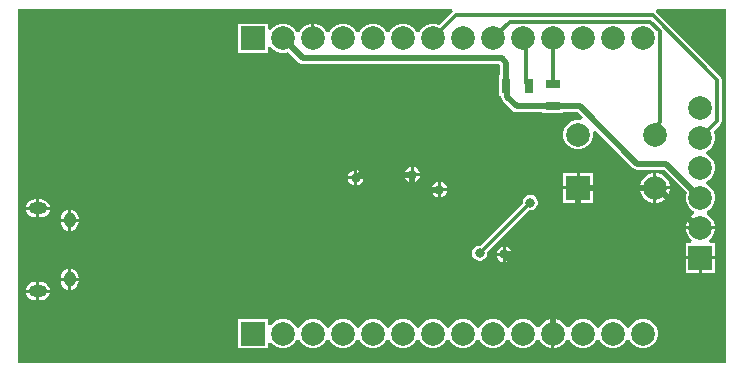
<source format=gbl>
G04*
G04 #@! TF.GenerationSoftware,Altium Limited,Altium Designer,24.5.2 (23)*
G04*
G04 Layer_Physical_Order=2*
G04 Layer_Color=16711680*
%FSLAX44Y44*%
%MOMM*%
G71*
G04*
G04 #@! TF.SameCoordinates,52CA54B2-E9F7-45E4-B012-8A7E883E60BD*
G04*
G04*
G04 #@! TF.FilePolarity,Positive*
G04*
G01*
G75*
%ADD19R,0.7000X1.3000*%
%ADD25R,1.3000X0.7000*%
%ADD46C,0.5000*%
%ADD47C,0.3000*%
%ADD48R,2.0000X2.0000*%
%ADD49C,2.0000*%
%ADD50O,1.5500X1.0000*%
%ADD51O,1.0000X1.3000*%
%ADD52R,2.0000X2.0000*%
%ADD53C,0.8000*%
G36*
X600000Y0D02*
X0D01*
Y300000D01*
X367632D01*
X368390Y297500D01*
X368216Y297384D01*
X368216Y297384D01*
X357094Y286262D01*
X356425Y286648D01*
X353246Y287500D01*
X349954D01*
X346775Y286648D01*
X343925Y285002D01*
X341598Y282675D01*
X340283Y280398D01*
X339202Y280144D01*
X338598D01*
X337517Y280398D01*
X336203Y282675D01*
X333875Y285002D01*
X331025Y286648D01*
X327846Y287500D01*
X324554D01*
X321375Y286648D01*
X318525Y285002D01*
X316197Y282675D01*
X314883Y280398D01*
X313802Y280144D01*
X313198D01*
X312117Y280398D01*
X310802Y282675D01*
X308475Y285002D01*
X305625Y286648D01*
X302446Y287500D01*
X299154D01*
X295975Y286648D01*
X293125Y285002D01*
X290798Y282675D01*
X289483Y280398D01*
X288402Y280144D01*
X287798D01*
X286717Y280398D01*
X285403Y282675D01*
X283075Y285002D01*
X280225Y286648D01*
X277046Y287500D01*
X273754D01*
X270575Y286648D01*
X267725Y285002D01*
X265397Y282675D01*
X264111Y280447D01*
X263132Y280202D01*
X262285Y280205D01*
X261332Y280453D01*
X260035Y282700D01*
X257700Y285035D01*
X254840Y286685D01*
X251651Y287540D01*
X251270D01*
Y275000D01*
X248730D01*
Y287540D01*
X248349D01*
X245160Y286685D01*
X242300Y285035D01*
X239965Y282700D01*
X238668Y280453D01*
X237715Y280205D01*
X236868Y280202D01*
X235889Y280447D01*
X234603Y282675D01*
X232275Y285002D01*
X229425Y286648D01*
X226246Y287500D01*
X222954D01*
X219775Y286648D01*
X216925Y285002D01*
X214597Y282675D01*
X214200Y281987D01*
X211700Y282657D01*
Y287500D01*
X186700D01*
Y262500D01*
X211700D01*
Y267343D01*
X214200Y268013D01*
X214597Y267325D01*
X216925Y264998D01*
X219775Y263352D01*
X222954Y262500D01*
X226246D01*
X229120Y263270D01*
X237995Y254395D01*
X239649Y253290D01*
X241600Y252902D01*
X407888D01*
X408402Y252388D01*
Y244000D01*
X407500D01*
Y226000D01*
X409402D01*
Y225500D01*
X409790Y223549D01*
X410895Y221895D01*
X418895Y213895D01*
X420549Y212790D01*
X422500Y212402D01*
X444000D01*
Y211500D01*
X462000D01*
Y212402D01*
X473838D01*
X478204Y208037D01*
X476909Y205795D01*
X476146Y206000D01*
X472854D01*
X469675Y205148D01*
X466825Y203503D01*
X464497Y201175D01*
X462852Y198325D01*
X462000Y195146D01*
Y191854D01*
X462852Y188675D01*
X464497Y185825D01*
X466825Y183498D01*
X469675Y181852D01*
X472854Y181000D01*
X476146D01*
X479325Y181852D01*
X482175Y183498D01*
X484502Y185825D01*
X486148Y188675D01*
X487000Y191854D01*
Y195146D01*
X486795Y195909D01*
X489037Y197204D01*
X520845Y165395D01*
X522499Y164290D01*
X524450Y163902D01*
X546888D01*
X566270Y144520D01*
X565500Y141646D01*
Y138354D01*
X566352Y135175D01*
X567998Y132325D01*
X570325Y129998D01*
X572553Y128711D01*
X572798Y127732D01*
X572795Y126885D01*
X572547Y125932D01*
X570300Y124635D01*
X567966Y122300D01*
X566315Y119440D01*
X565460Y116251D01*
Y115870D01*
X578000D01*
X590540D01*
Y116251D01*
X589685Y119440D01*
X588035Y122300D01*
X585700Y124635D01*
X583453Y125932D01*
X583205Y126885D01*
X583202Y127732D01*
X583447Y128711D01*
X585675Y129998D01*
X588003Y132325D01*
X589648Y135175D01*
X590500Y138354D01*
Y141646D01*
X589648Y144825D01*
X588003Y147675D01*
X585675Y150002D01*
X583398Y151317D01*
X583144Y152398D01*
Y153002D01*
X583398Y154083D01*
X585675Y155398D01*
X588003Y157725D01*
X589648Y160575D01*
X590500Y163754D01*
Y167046D01*
X589648Y170225D01*
X588003Y173075D01*
X585675Y175403D01*
X583398Y176717D01*
X583144Y177798D01*
Y178402D01*
X583398Y179483D01*
X585675Y180798D01*
X588003Y183125D01*
X589648Y185975D01*
X590500Y189154D01*
Y192446D01*
X589648Y195625D01*
X589262Y196294D01*
X594884Y201916D01*
X594884Y201916D01*
X595768Y203239D01*
X596078Y204800D01*
X596078Y204800D01*
Y239977D01*
X595768Y241538D01*
X594884Y242861D01*
X594884Y242861D01*
X540361Y297384D01*
X540187Y297500D01*
X540945Y300000D01*
X600000D01*
Y0D01*
D02*
G37*
%LPC*%
G36*
X335356Y166102D02*
Y160942D01*
X340516D01*
X340180Y162196D01*
X339319Y163687D01*
X338101Y164905D01*
X336610Y165766D01*
X335356Y166102D01*
D02*
G37*
G36*
X332816D02*
X331561Y165766D01*
X330070Y164905D01*
X328853Y163687D01*
X327991Y162196D01*
X327655Y160942D01*
X332816D01*
Y166102D01*
D02*
G37*
G36*
X287270Y163430D02*
Y158270D01*
X292430D01*
X292094Y159524D01*
X291233Y161016D01*
X290016Y162233D01*
X288524Y163094D01*
X287270Y163430D01*
D02*
G37*
G36*
X284730D02*
X283476Y163094D01*
X281984Y162233D01*
X280767Y161016D01*
X279906Y159524D01*
X279570Y158270D01*
X284730D01*
Y163430D01*
D02*
G37*
G36*
X340516Y158402D02*
X335356D01*
Y153241D01*
X336610Y153577D01*
X338101Y154438D01*
X339319Y155656D01*
X340180Y157147D01*
X340516Y158402D01*
D02*
G37*
G36*
X332816D02*
X327655D01*
X327991Y157147D01*
X328853Y155656D01*
X330070Y154438D01*
X331561Y153577D01*
X332816Y153241D01*
Y158402D01*
D02*
G37*
G36*
X292430Y155730D02*
X287270D01*
Y150570D01*
X288524Y150906D01*
X290016Y151767D01*
X291233Y152984D01*
X292094Y154476D01*
X292430Y155730D01*
D02*
G37*
G36*
X284730D02*
X279570D01*
X279906Y154476D01*
X280767Y152984D01*
X281984Y151767D01*
X283476Y150906D01*
X284730Y150570D01*
Y155730D01*
D02*
G37*
G36*
X487040Y161040D02*
X475770D01*
Y149770D01*
X487040D01*
Y161040D01*
D02*
G37*
G36*
X473230D02*
X461960D01*
Y149770D01*
X473230D01*
Y161040D01*
D02*
G37*
G36*
X541151D02*
X540770D01*
Y149770D01*
X552040D01*
Y150151D01*
X551185Y153340D01*
X549534Y156200D01*
X547200Y158534D01*
X544340Y160185D01*
X541151Y161040D01*
D02*
G37*
G36*
X538230D02*
X537849D01*
X534660Y160185D01*
X531800Y158534D01*
X529465Y156200D01*
X527815Y153340D01*
X526960Y150151D01*
Y149770D01*
X538230D01*
Y161040D01*
D02*
G37*
G36*
X358270Y153430D02*
Y148270D01*
X363430D01*
X363094Y149524D01*
X362233Y151016D01*
X361016Y152233D01*
X359524Y153094D01*
X358270Y153430D01*
D02*
G37*
G36*
X355730D02*
X354476Y153094D01*
X352984Y152233D01*
X351767Y151016D01*
X350906Y149524D01*
X350570Y148270D01*
X355730D01*
Y153430D01*
D02*
G37*
G36*
X363430Y145730D02*
X358270D01*
Y140570D01*
X359524Y140906D01*
X361016Y141767D01*
X362233Y142984D01*
X363094Y144476D01*
X363430Y145730D01*
D02*
G37*
G36*
X355730D02*
X350570D01*
X350906Y144476D01*
X351767Y142984D01*
X352984Y141767D01*
X354476Y140906D01*
X355730Y140570D01*
Y145730D01*
D02*
G37*
G36*
X552040Y147230D02*
X540770D01*
Y135960D01*
X541151D01*
X544340Y136815D01*
X547200Y138465D01*
X549534Y140800D01*
X551185Y143660D01*
X552040Y146849D01*
Y147230D01*
D02*
G37*
G36*
X538230D02*
X526960D01*
Y146849D01*
X527815Y143660D01*
X529465Y140800D01*
X531800Y138465D01*
X534660Y136815D01*
X537849Y135960D01*
X538230D01*
Y147230D01*
D02*
G37*
G36*
X487040Y147230D02*
X475770D01*
Y135960D01*
X487040D01*
Y147230D01*
D02*
G37*
G36*
X473230D02*
X461960D01*
Y135960D01*
X473230D01*
Y147230D01*
D02*
G37*
G36*
X19750Y138605D02*
X18270D01*
Y132270D01*
X27188D01*
X27096Y132968D01*
X26336Y134803D01*
X25128Y136378D01*
X23552Y137586D01*
X21718Y138346D01*
X19750Y138605D01*
D02*
G37*
G36*
X15730D02*
X14250D01*
X12282Y138346D01*
X10447Y137586D01*
X8872Y136378D01*
X7664Y134803D01*
X6904Y132968D01*
X6812Y132270D01*
X15730D01*
Y138605D01*
D02*
G37*
G36*
X27188Y129730D02*
X18270D01*
Y123395D01*
X19750D01*
X21718Y123654D01*
X23552Y124414D01*
X25128Y125622D01*
X26336Y127198D01*
X27096Y129032D01*
X27188Y129730D01*
D02*
G37*
G36*
X15730D02*
X6812D01*
X6904Y129032D01*
X7664Y127198D01*
X8872Y125622D01*
X10447Y124414D01*
X12282Y123654D01*
X14250Y123395D01*
X15730D01*
Y129730D01*
D02*
G37*
G36*
X45270Y129938D02*
Y122270D01*
X51605D01*
Y122500D01*
X51346Y124468D01*
X50586Y126302D01*
X49378Y127878D01*
X47803Y129086D01*
X45968Y129846D01*
X45270Y129938D01*
D02*
G37*
G36*
X42730Y129938D02*
X42032Y129846D01*
X40198Y129086D01*
X38622Y127878D01*
X37414Y126302D01*
X36654Y124468D01*
X36395Y122500D01*
Y122270D01*
X42730D01*
Y129938D01*
D02*
G37*
G36*
X51605Y119730D02*
X45270D01*
Y112062D01*
X45968Y112154D01*
X47803Y112914D01*
X49378Y114122D01*
X50586Y115697D01*
X51346Y117532D01*
X51605Y119500D01*
Y119730D01*
D02*
G37*
G36*
X42730D02*
X36395D01*
Y119500D01*
X36654Y117532D01*
X37414Y115697D01*
X38622Y114122D01*
X40198Y112914D01*
X42032Y112154D01*
X42730Y112062D01*
Y119730D01*
D02*
G37*
G36*
X413270Y98430D02*
Y93270D01*
X418430D01*
X418094Y94524D01*
X417233Y96016D01*
X416016Y97233D01*
X414524Y98094D01*
X413270Y98430D01*
D02*
G37*
G36*
X410730D02*
X409476Y98094D01*
X407984Y97233D01*
X406767Y96016D01*
X405906Y94524D01*
X405570Y93270D01*
X410730D01*
Y98430D01*
D02*
G37*
G36*
X590540Y113330D02*
X578000D01*
X565460D01*
Y112949D01*
X566315Y109760D01*
X567966Y106900D01*
X570300Y104565D01*
X570864Y104240D01*
X570194Y101740D01*
X565460D01*
Y90470D01*
X578000D01*
X590540D01*
Y101740D01*
X585806D01*
X585136Y104240D01*
X585700Y104565D01*
X588035Y106900D01*
X589685Y109760D01*
X590540Y112949D01*
Y113330D01*
D02*
G37*
G36*
X434856Y142500D02*
X433144D01*
X431491Y142057D01*
X430009Y141201D01*
X428799Y139991D01*
X427943Y138509D01*
X427500Y136856D01*
Y135268D01*
X391732Y99500D01*
X390144D01*
X388491Y99057D01*
X387009Y98201D01*
X385799Y96991D01*
X384943Y95509D01*
X384500Y93856D01*
Y92144D01*
X384943Y90491D01*
X385799Y89009D01*
X387009Y87799D01*
X388491Y86943D01*
X390144Y86500D01*
X391856D01*
X393509Y86943D01*
X394991Y87799D01*
X396201Y89009D01*
X397057Y90491D01*
X397500Y92144D01*
Y93732D01*
X433268Y129500D01*
X434856D01*
X436509Y129943D01*
X437991Y130799D01*
X439201Y132009D01*
X440057Y133491D01*
X440500Y135144D01*
Y136856D01*
X440057Y138509D01*
X439201Y139991D01*
X437991Y141201D01*
X436509Y142057D01*
X434856Y142500D01*
D02*
G37*
G36*
X418430Y90730D02*
X413270D01*
Y85570D01*
X414524Y85906D01*
X416016Y86767D01*
X417233Y87984D01*
X418094Y89476D01*
X418430Y90730D01*
D02*
G37*
G36*
X410730D02*
X405570D01*
X405906Y89476D01*
X406767Y87984D01*
X407984Y86767D01*
X409476Y85906D01*
X410730Y85570D01*
Y90730D01*
D02*
G37*
G36*
X590540Y87930D02*
X579270D01*
Y76660D01*
X590540D01*
Y87930D01*
D02*
G37*
G36*
X576730D02*
X565460D01*
Y76660D01*
X576730D01*
Y87930D01*
D02*
G37*
G36*
X45270Y79938D02*
Y72270D01*
X51605D01*
Y72500D01*
X51346Y74468D01*
X50586Y76302D01*
X49378Y77878D01*
X47803Y79086D01*
X45968Y79846D01*
X45270Y79938D01*
D02*
G37*
G36*
X42730Y79938D02*
X42032Y79846D01*
X40198Y79086D01*
X38622Y77878D01*
X37414Y76302D01*
X36654Y74468D01*
X36395Y72500D01*
Y72270D01*
X42730D01*
Y79938D01*
D02*
G37*
G36*
X19750Y68605D02*
X18270D01*
Y62270D01*
X27188D01*
X27096Y62968D01*
X26336Y64802D01*
X25128Y66378D01*
X23552Y67586D01*
X21718Y68346D01*
X19750Y68605D01*
D02*
G37*
G36*
X15730D02*
X14250D01*
X12282Y68346D01*
X10447Y67586D01*
X8872Y66378D01*
X7664Y64802D01*
X6904Y62968D01*
X6812Y62270D01*
X15730D01*
Y68605D01*
D02*
G37*
G36*
X51605Y69730D02*
X45270D01*
Y62062D01*
X45968Y62154D01*
X47803Y62914D01*
X49378Y64122D01*
X50586Y65697D01*
X51346Y67532D01*
X51605Y69500D01*
Y69730D01*
D02*
G37*
G36*
X42730D02*
X36395D01*
Y69500D01*
X36654Y67532D01*
X37414Y65697D01*
X38622Y64122D01*
X40198Y62914D01*
X42032Y62154D01*
X42730Y62062D01*
Y69730D01*
D02*
G37*
G36*
X27188Y59730D02*
X18270D01*
Y53395D01*
X19750D01*
X21718Y53654D01*
X23552Y54414D01*
X25128Y55622D01*
X26336Y57197D01*
X27096Y59032D01*
X27188Y59730D01*
D02*
G37*
G36*
X15730D02*
X6812D01*
X6904Y59032D01*
X7664Y57197D01*
X8872Y55622D01*
X10447Y54414D01*
X12282Y53654D01*
X14250Y53395D01*
X15730D01*
Y59730D01*
D02*
G37*
G36*
X451930Y37540D02*
X451549D01*
X448360Y36685D01*
X445500Y35034D01*
X443166Y32700D01*
X441868Y30453D01*
X440915Y30206D01*
X440068Y30202D01*
X439089Y30447D01*
X437803Y32675D01*
X435475Y35003D01*
X432625Y36648D01*
X429446Y37500D01*
X426154D01*
X422975Y36648D01*
X420125Y35003D01*
X417798Y32675D01*
X416483Y30398D01*
X415402Y30143D01*
X414798D01*
X413717Y30398D01*
X412402Y32675D01*
X410075Y35003D01*
X407225Y36648D01*
X404046Y37500D01*
X400754D01*
X397575Y36648D01*
X394725Y35003D01*
X392397Y32675D01*
X391083Y30398D01*
X390002Y30143D01*
X389398D01*
X388317Y30398D01*
X387002Y32675D01*
X384675Y35003D01*
X381825Y36648D01*
X378646Y37500D01*
X375354D01*
X372175Y36648D01*
X369325Y35003D01*
X366997Y32675D01*
X365683Y30398D01*
X364602Y30143D01*
X363998D01*
X362917Y30398D01*
X361603Y32675D01*
X359275Y35003D01*
X356425Y36648D01*
X353246Y37500D01*
X349954D01*
X346775Y36648D01*
X343925Y35003D01*
X341598Y32675D01*
X340283Y30398D01*
X339202Y30143D01*
X338598D01*
X337517Y30398D01*
X336203Y32675D01*
X333875Y35003D01*
X331025Y36648D01*
X327846Y37500D01*
X324554D01*
X321375Y36648D01*
X318525Y35003D01*
X316197Y32675D01*
X314883Y30398D01*
X313802Y30143D01*
X313198D01*
X312117Y30398D01*
X310802Y32675D01*
X308475Y35003D01*
X305625Y36648D01*
X302446Y37500D01*
X299154D01*
X295975Y36648D01*
X293125Y35003D01*
X290798Y32675D01*
X289483Y30398D01*
X288402Y30143D01*
X287798D01*
X286717Y30398D01*
X285403Y32675D01*
X283075Y35003D01*
X280225Y36648D01*
X277046Y37500D01*
X273754D01*
X270575Y36648D01*
X267725Y35003D01*
X265397Y32675D01*
X264083Y30398D01*
X263002Y30143D01*
X262398D01*
X261317Y30398D01*
X260002Y32675D01*
X257675Y35003D01*
X254825Y36648D01*
X251646Y37500D01*
X248354D01*
X245175Y36648D01*
X242325Y35003D01*
X239998Y32675D01*
X238683Y30398D01*
X237602Y30143D01*
X236998D01*
X235917Y30398D01*
X234603Y32675D01*
X232275Y35003D01*
X229425Y36648D01*
X226246Y37500D01*
X222954D01*
X219775Y36648D01*
X216925Y35003D01*
X214597Y32675D01*
X214200Y31987D01*
X211700Y32657D01*
Y37500D01*
X186700D01*
Y12500D01*
X211700D01*
Y17343D01*
X214200Y18013D01*
X214597Y17325D01*
X216925Y14998D01*
X219775Y13352D01*
X222954Y12500D01*
X226246D01*
X229425Y13352D01*
X232275Y14998D01*
X234603Y17325D01*
X235917Y19602D01*
X236998Y19856D01*
X237602D01*
X238683Y19602D01*
X239998Y17325D01*
X242325Y14998D01*
X245175Y13352D01*
X248354Y12500D01*
X251646D01*
X254825Y13352D01*
X257675Y14998D01*
X260002Y17325D01*
X261317Y19602D01*
X262398Y19856D01*
X263002D01*
X264083Y19602D01*
X265397Y17325D01*
X267725Y14998D01*
X270575Y13352D01*
X273754Y12500D01*
X277046D01*
X280225Y13352D01*
X283075Y14998D01*
X285403Y17325D01*
X286717Y19602D01*
X287798Y19856D01*
X288402D01*
X289483Y19602D01*
X290798Y17325D01*
X293125Y14998D01*
X295975Y13352D01*
X299154Y12500D01*
X302446D01*
X305625Y13352D01*
X308475Y14998D01*
X310802Y17325D01*
X312117Y19602D01*
X313198Y19856D01*
X313802D01*
X314883Y19602D01*
X316197Y17325D01*
X318525Y14998D01*
X321375Y13352D01*
X324554Y12500D01*
X327846D01*
X331025Y13352D01*
X333875Y14998D01*
X336203Y17325D01*
X337517Y19602D01*
X338598Y19856D01*
X339202D01*
X340283Y19602D01*
X341598Y17325D01*
X343925Y14998D01*
X346775Y13352D01*
X349954Y12500D01*
X353246D01*
X356425Y13352D01*
X359275Y14998D01*
X361603Y17325D01*
X362917Y19602D01*
X363998Y19856D01*
X364602D01*
X365683Y19602D01*
X366997Y17325D01*
X369325Y14998D01*
X372175Y13352D01*
X375354Y12500D01*
X378646D01*
X381825Y13352D01*
X384675Y14998D01*
X387002Y17325D01*
X388317Y19602D01*
X389398Y19856D01*
X390002D01*
X391083Y19602D01*
X392397Y17325D01*
X394725Y14998D01*
X397575Y13352D01*
X400754Y12500D01*
X404046D01*
X407225Y13352D01*
X410075Y14998D01*
X412402Y17325D01*
X413717Y19602D01*
X414798Y19856D01*
X415402D01*
X416483Y19602D01*
X417798Y17325D01*
X420125Y14998D01*
X422975Y13352D01*
X426154Y12500D01*
X429446D01*
X432625Y13352D01*
X435475Y14998D01*
X437803Y17325D01*
X439089Y19553D01*
X440068Y19798D01*
X440915Y19794D01*
X441868Y19547D01*
X443166Y17300D01*
X445500Y14965D01*
X448360Y13315D01*
X451549Y12460D01*
X451930D01*
Y25000D01*
Y37540D01*
D02*
G37*
G36*
X454851D02*
X454470D01*
Y25000D01*
Y12460D01*
X454851D01*
X458040Y13315D01*
X460900Y14965D01*
X463234Y17300D01*
X464532Y19547D01*
X465485Y19794D01*
X466332Y19798D01*
X467311Y19553D01*
X468597Y17325D01*
X470925Y14998D01*
X473775Y13352D01*
X476954Y12500D01*
X480246D01*
X483425Y13352D01*
X486275Y14998D01*
X488602Y17325D01*
X489917Y19602D01*
X490998Y19856D01*
X491602D01*
X492683Y19602D01*
X493997Y17325D01*
X496325Y14998D01*
X499175Y13352D01*
X502354Y12500D01*
X505646D01*
X508825Y13352D01*
X511675Y14998D01*
X514002Y17325D01*
X515317Y19602D01*
X516398Y19856D01*
X517002D01*
X518083Y19602D01*
X519398Y17325D01*
X521725Y14998D01*
X524575Y13352D01*
X527754Y12500D01*
X531046D01*
X534225Y13352D01*
X537075Y14998D01*
X539403Y17325D01*
X541048Y20175D01*
X541900Y23354D01*
Y26646D01*
X541048Y29825D01*
X539403Y32675D01*
X537075Y35003D01*
X534225Y36648D01*
X531046Y37500D01*
X527754D01*
X524575Y36648D01*
X521725Y35003D01*
X519398Y32675D01*
X518083Y30398D01*
X517002Y30143D01*
X516398D01*
X515317Y30398D01*
X514002Y32675D01*
X511675Y35003D01*
X508825Y36648D01*
X505646Y37500D01*
X502354D01*
X499175Y36648D01*
X496325Y35003D01*
X493997Y32675D01*
X492683Y30398D01*
X491602Y30143D01*
X490998D01*
X489917Y30398D01*
X488602Y32675D01*
X486275Y35003D01*
X483425Y36648D01*
X480246Y37500D01*
X476954D01*
X473775Y36648D01*
X470925Y35003D01*
X468597Y32675D01*
X467311Y30447D01*
X466332Y30202D01*
X465485Y30206D01*
X464532Y30453D01*
X463234Y32700D01*
X460900Y35034D01*
X458040Y36685D01*
X454851Y37540D01*
D02*
G37*
%LPD*%
D19*
X432500Y235000D02*
D03*
X413500D02*
D03*
D25*
X453000Y236500D02*
D03*
Y217500D02*
D03*
D46*
X334086Y149929D02*
X337015Y147000D01*
X334086Y149929D02*
Y159672D01*
X337015Y147000D02*
X357000D01*
X412000Y92000D02*
X471571D01*
X474500Y94929D02*
Y148500D01*
X471571Y92000D02*
X474500Y94929D01*
Y148500D02*
X539500D01*
X575700Y114600D02*
X578000D01*
X541800Y148500D02*
X575700Y114600D01*
X539500Y148500D02*
X541800D01*
X414500Y225500D02*
Y234000D01*
X413500Y235000D02*
X414500Y234000D01*
X422500Y217500D02*
X453000D01*
X414500Y225500D02*
X422500Y217500D01*
X412000Y92000D02*
X453200Y50800D01*
X333909Y159495D02*
X334086Y159672D01*
X333414Y159000D02*
X333909Y159495D01*
X475950Y217500D02*
X524450Y169000D01*
X549000D01*
X578000Y140000D01*
X289353Y159000D02*
X333414D01*
X287353Y157000D02*
X289353Y159000D01*
X286000Y157000D02*
X287353D01*
X453000Y217500D02*
X475950D01*
X453200Y25000D02*
Y50800D01*
X427147Y25653D02*
X427800Y25000D01*
X224600Y275000D02*
X241600Y258000D01*
X410000D01*
X413500Y235000D02*
Y254500D01*
X410000Y258000D02*
X413500Y254500D01*
D47*
X371100Y294500D02*
X537477D01*
X592000Y239977D01*
X351600Y275000D02*
X371100Y294500D01*
X402400Y275000D02*
X416400Y289000D01*
X535199D02*
X543400Y280799D01*
X416400Y289000D02*
X535199D01*
X543400Y203757D02*
Y280799D01*
X539500Y193500D02*
X542753Y196753D01*
Y203110D01*
X543400Y203757D01*
X391000Y93000D02*
Y93000D01*
X434000Y136000D01*
X578000Y190800D02*
X592000Y204800D01*
Y239977D01*
X430500Y237000D02*
Y272300D01*
X427800Y275000D02*
X430500Y272300D01*
Y237000D02*
X432500Y235000D01*
X453000Y236500D02*
X453200Y236700D01*
Y275000D01*
X427800Y271094D02*
Y275000D01*
D48*
X199200D02*
D03*
Y25000D02*
D03*
X474500Y148500D02*
D03*
D49*
X224600Y275000D02*
D03*
X250000D02*
D03*
X275400D02*
D03*
X300800D02*
D03*
X326200D02*
D03*
X351600D02*
D03*
X377000D02*
D03*
X402400D02*
D03*
X427800D02*
D03*
X453200D02*
D03*
X478600D02*
D03*
X504000D02*
D03*
X529400D02*
D03*
X224600Y25000D02*
D03*
X250000D02*
D03*
X275400D02*
D03*
X300800D02*
D03*
X326200D02*
D03*
X351600D02*
D03*
X377000D02*
D03*
X402400D02*
D03*
X427800D02*
D03*
X453200D02*
D03*
X478600D02*
D03*
X504000D02*
D03*
X529400D02*
D03*
X539500Y148500D02*
D03*
X474500Y193500D02*
D03*
X539500D02*
D03*
X578000Y190800D02*
D03*
Y216200D02*
D03*
Y140000D02*
D03*
Y165400D02*
D03*
Y114600D02*
D03*
D50*
X17000Y61000D02*
D03*
Y131000D02*
D03*
D51*
X44000Y71000D02*
D03*
Y121000D02*
D03*
D52*
X578000Y89200D02*
D03*
D53*
X334086Y159672D02*
D03*
X391000Y93000D02*
D03*
X286000Y157000D02*
D03*
X357000Y147000D02*
D03*
X434000Y136000D02*
D03*
X412000Y92000D02*
D03*
M02*

</source>
